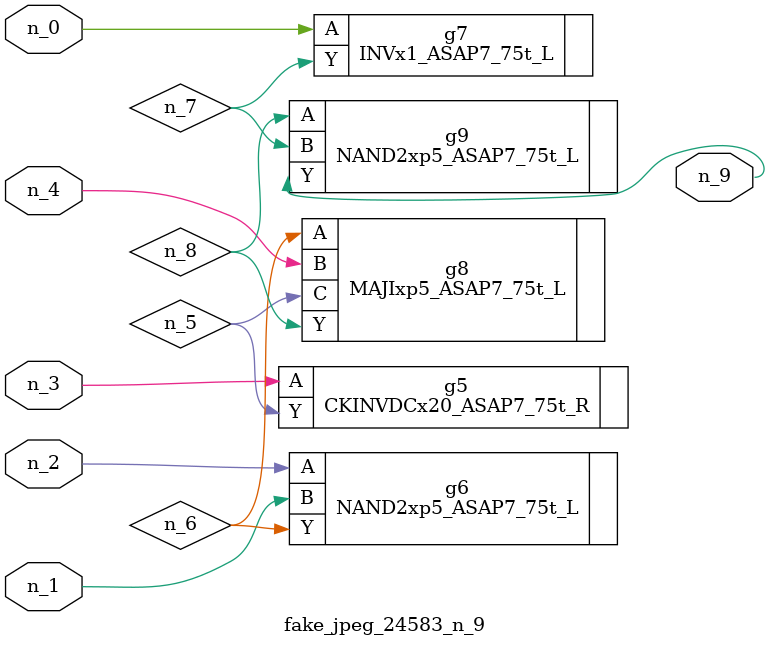
<source format=v>
module fake_jpeg_24583_n_9 (n_3, n_2, n_1, n_0, n_4, n_9);

input n_3;
input n_2;
input n_1;
input n_0;
input n_4;

output n_9;

wire n_8;
wire n_6;
wire n_5;
wire n_7;

CKINVDCx20_ASAP7_75t_R g5 ( 
.A(n_3),
.Y(n_5)
);

NAND2xp5_ASAP7_75t_L g6 ( 
.A(n_2),
.B(n_1),
.Y(n_6)
);

INVx1_ASAP7_75t_L g7 ( 
.A(n_0),
.Y(n_7)
);

MAJIxp5_ASAP7_75t_L g8 ( 
.A(n_6),
.B(n_4),
.C(n_5),
.Y(n_8)
);

NAND2xp5_ASAP7_75t_L g9 ( 
.A(n_8),
.B(n_7),
.Y(n_9)
);


endmodule
</source>
